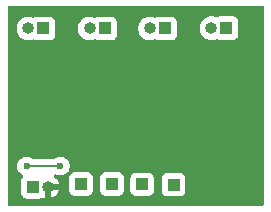
<source format=gbr>
%TF.GenerationSoftware,KiCad,Pcbnew,9.0.0*%
%TF.CreationDate,2025-06-16T15:16:05+05:00*%
%TF.ProjectId,dronemotordriver,64726f6e-656d-46f7-946f-726472697665,rev?*%
%TF.SameCoordinates,Original*%
%TF.FileFunction,Copper,L2,Bot*%
%TF.FilePolarity,Positive*%
%FSLAX46Y46*%
G04 Gerber Fmt 4.6, Leading zero omitted, Abs format (unit mm)*
G04 Created by KiCad (PCBNEW 9.0.0) date 2025-06-16 15:16:05*
%MOMM*%
%LPD*%
G01*
G04 APERTURE LIST*
%TA.AperFunction,ComponentPad*%
%ADD10R,1.000000X1.000000*%
%TD*%
%TA.AperFunction,ComponentPad*%
%ADD11O,1.000000X1.000000*%
%TD*%
%TA.AperFunction,ViaPad*%
%ADD12C,0.600000*%
%TD*%
%TA.AperFunction,Conductor*%
%ADD13C,0.200000*%
%TD*%
G04 APERTURE END LIST*
D10*
%TO.P,+5V,1,Pin_1*%
%TO.N,/M+*%
X110700000Y-100275000D03*
D11*
%TO.P,+5V,2,Pin_2*%
%TO.N,GND*%
X111970000Y-100275000D03*
%TD*%
D10*
%TO.P,J5,1,Pin_1*%
%TO.N,Net-(D4-A)*%
X127095000Y-86850000D03*
D11*
%TO.P,J5,2,Pin_2*%
%TO.N,/M+*%
X125825000Y-86850000D03*
%TD*%
D10*
%TO.P,J2,1,Pin_1*%
%TO.N,Net-(D1-A)*%
X111600000Y-86875000D03*
D11*
%TO.P,J2,2,Pin_2*%
%TO.N,/M+*%
X110330000Y-86875000D03*
%TD*%
D10*
%TO.P,J4,1,Pin_1*%
%TO.N,Net-(D3-A)*%
X121895000Y-86875000D03*
D11*
%TO.P,J4,2,Pin_2*%
%TO.N,/M+*%
X120625000Y-86875000D03*
%TD*%
D10*
%TO.P,J3,1,Pin_1*%
%TO.N,Net-(D2-A)*%
X116800000Y-86875000D03*
D11*
%TO.P,J3,2,Pin_2*%
%TO.N,/M+*%
X115530000Y-86875000D03*
%TD*%
D10*
%TO.P,IN1,1,Pin_1*%
%TO.N,Net-(J6-Pin_1)*%
X114800000Y-100050000D03*
%TD*%
%TO.P,IN3,1,Pin_1*%
%TO.N,Net-(J8-Pin_1)*%
X119975000Y-100075000D03*
%TD*%
%TO.P,IN4,1,Pin_1*%
%TO.N,Net-(J9-Pin_1)*%
X122625000Y-100100000D03*
%TD*%
%TO.P,J7,1,Pin_1*%
%TO.N,Net-(J7-Pin_1)*%
X117400000Y-100050000D03*
%TD*%
D12*
%TO.N,Net-(J6-Pin_1)*%
X113025000Y-98525000D03*
X110175000Y-98525000D03*
%TD*%
D13*
%TO.N,Net-(J6-Pin_1)*%
X113025000Y-98525000D02*
X110175000Y-98525000D01*
%TD*%
%TA.AperFunction,Conductor*%
%TO.N,GND*%
G36*
X130192539Y-84957685D02*
G01*
X130238294Y-85010489D01*
X130249500Y-85062000D01*
X130249500Y-101763000D01*
X130229815Y-101830039D01*
X130177011Y-101875794D01*
X130125500Y-101887000D01*
X108699500Y-101887000D01*
X108632461Y-101867315D01*
X108586706Y-101814511D01*
X108575500Y-101763000D01*
X108575500Y-98446153D01*
X109374500Y-98446153D01*
X109374500Y-98603846D01*
X109405261Y-98758489D01*
X109405264Y-98758501D01*
X109465602Y-98904172D01*
X109465609Y-98904185D01*
X109553210Y-99035288D01*
X109553213Y-99035292D01*
X109664707Y-99146786D01*
X109664711Y-99146789D01*
X109795819Y-99234393D01*
X109799650Y-99236441D01*
X109849495Y-99285403D01*
X109864956Y-99353541D01*
X109841125Y-99419221D01*
X109840465Y-99420111D01*
X109756204Y-99532669D01*
X109756202Y-99532671D01*
X109705908Y-99667517D01*
X109699501Y-99727116D01*
X109699500Y-99727135D01*
X109699500Y-100822870D01*
X109699501Y-100822876D01*
X109705908Y-100882483D01*
X109756202Y-101017328D01*
X109756206Y-101017335D01*
X109842452Y-101132544D01*
X109842455Y-101132547D01*
X109957664Y-101218793D01*
X109957671Y-101218797D01*
X110092517Y-101269091D01*
X110092516Y-101269091D01*
X110099444Y-101269835D01*
X110152127Y-101275500D01*
X111247872Y-101275499D01*
X111307483Y-101269091D01*
X111442331Y-101218796D01*
X111454575Y-101209629D01*
X111520035Y-101185210D01*
X111576339Y-101194333D01*
X111678308Y-101236569D01*
X111720000Y-101244862D01*
X112220000Y-101244862D01*
X112261690Y-101236569D01*
X112261692Y-101236569D01*
X112443671Y-101161192D01*
X112443684Y-101161185D01*
X112607462Y-101051751D01*
X112607466Y-101051748D01*
X112746748Y-100912466D01*
X112746751Y-100912462D01*
X112856185Y-100748684D01*
X112856192Y-100748671D01*
X112931569Y-100566692D01*
X112931569Y-100566690D01*
X112939862Y-100525000D01*
X112220000Y-100525000D01*
X112220000Y-101244862D01*
X111720000Y-101244862D01*
X111720000Y-100484618D01*
X111770446Y-100535064D01*
X111844555Y-100577851D01*
X111927213Y-100600000D01*
X112012787Y-100600000D01*
X112095445Y-100577851D01*
X112169554Y-100535064D01*
X112230064Y-100474554D01*
X112272851Y-100400445D01*
X112295000Y-100317787D01*
X112295000Y-100232213D01*
X112272851Y-100149555D01*
X112230064Y-100075446D01*
X112179618Y-100025000D01*
X112939862Y-100025000D01*
X112931569Y-99983309D01*
X112931569Y-99983307D01*
X112856192Y-99801328D01*
X112856185Y-99801315D01*
X112746751Y-99637537D01*
X112746748Y-99637533D01*
X112698826Y-99589611D01*
X112597926Y-99502135D01*
X113799500Y-99502135D01*
X113799500Y-100597870D01*
X113799501Y-100597876D01*
X113805908Y-100657483D01*
X113856202Y-100792328D01*
X113856206Y-100792335D01*
X113942452Y-100907544D01*
X113942455Y-100907547D01*
X114057664Y-100993793D01*
X114057671Y-100993797D01*
X114192517Y-101044091D01*
X114192516Y-101044091D01*
X114199444Y-101044835D01*
X114252127Y-101050500D01*
X115347872Y-101050499D01*
X115407483Y-101044091D01*
X115542331Y-100993796D01*
X115657546Y-100907546D01*
X115743796Y-100792331D01*
X115794091Y-100657483D01*
X115800500Y-100597873D01*
X115800499Y-99502135D01*
X116399500Y-99502135D01*
X116399500Y-100597870D01*
X116399501Y-100597876D01*
X116405908Y-100657483D01*
X116456202Y-100792328D01*
X116456206Y-100792335D01*
X116542452Y-100907544D01*
X116542455Y-100907547D01*
X116657664Y-100993793D01*
X116657671Y-100993797D01*
X116792517Y-101044091D01*
X116792516Y-101044091D01*
X116799444Y-101044835D01*
X116852127Y-101050500D01*
X117947872Y-101050499D01*
X118007483Y-101044091D01*
X118142331Y-100993796D01*
X118257546Y-100907546D01*
X118343796Y-100792331D01*
X118394091Y-100657483D01*
X118400500Y-100597873D01*
X118400499Y-99527135D01*
X118974500Y-99527135D01*
X118974500Y-100622870D01*
X118974501Y-100622876D01*
X118980908Y-100682483D01*
X119031202Y-100817328D01*
X119031206Y-100817335D01*
X119117452Y-100932544D01*
X119117455Y-100932547D01*
X119232664Y-101018793D01*
X119232671Y-101018797D01*
X119367517Y-101069091D01*
X119367516Y-101069091D01*
X119374444Y-101069835D01*
X119427127Y-101075500D01*
X120522872Y-101075499D01*
X120582483Y-101069091D01*
X120717331Y-101018796D01*
X120832546Y-100932546D01*
X120918796Y-100817331D01*
X120969091Y-100682483D01*
X120975500Y-100622873D01*
X120975499Y-99552135D01*
X121624500Y-99552135D01*
X121624500Y-100647870D01*
X121624501Y-100647876D01*
X121630908Y-100707483D01*
X121681202Y-100842328D01*
X121681206Y-100842335D01*
X121767452Y-100957544D01*
X121767455Y-100957547D01*
X121882664Y-101043793D01*
X121882671Y-101043797D01*
X122017517Y-101094091D01*
X122017516Y-101094091D01*
X122024444Y-101094835D01*
X122077127Y-101100500D01*
X123172872Y-101100499D01*
X123232483Y-101094091D01*
X123367331Y-101043796D01*
X123482546Y-100957546D01*
X123568796Y-100842331D01*
X123619091Y-100707483D01*
X123625500Y-100647873D01*
X123625499Y-99552128D01*
X123619091Y-99492517D01*
X123609766Y-99467516D01*
X123568797Y-99357671D01*
X123568793Y-99357664D01*
X123482547Y-99242455D01*
X123482544Y-99242452D01*
X123367335Y-99156206D01*
X123367328Y-99156202D01*
X123232482Y-99105908D01*
X123232483Y-99105908D01*
X123172883Y-99099501D01*
X123172881Y-99099500D01*
X123172873Y-99099500D01*
X123172864Y-99099500D01*
X122077129Y-99099500D01*
X122077123Y-99099501D01*
X122017516Y-99105908D01*
X121882671Y-99156202D01*
X121882664Y-99156206D01*
X121767455Y-99242452D01*
X121767452Y-99242455D01*
X121681206Y-99357664D01*
X121681202Y-99357671D01*
X121630908Y-99492517D01*
X121624501Y-99552116D01*
X121624501Y-99552123D01*
X121624500Y-99552135D01*
X120975499Y-99552135D01*
X120975499Y-99527128D01*
X120969091Y-99467517D01*
X120963414Y-99452297D01*
X120918797Y-99332671D01*
X120918793Y-99332664D01*
X120832547Y-99217455D01*
X120832544Y-99217452D01*
X120717335Y-99131206D01*
X120717328Y-99131202D01*
X120582482Y-99080908D01*
X120582483Y-99080908D01*
X120522883Y-99074501D01*
X120522881Y-99074500D01*
X120522873Y-99074500D01*
X120522864Y-99074500D01*
X119427129Y-99074500D01*
X119427123Y-99074501D01*
X119367516Y-99080908D01*
X119232671Y-99131202D01*
X119232664Y-99131206D01*
X119117455Y-99217452D01*
X119117452Y-99217455D01*
X119031206Y-99332664D01*
X119031202Y-99332671D01*
X118980908Y-99467517D01*
X118977187Y-99502135D01*
X118974501Y-99527123D01*
X118974500Y-99527135D01*
X118400499Y-99527135D01*
X118400499Y-99502128D01*
X118400498Y-99502126D01*
X118400498Y-99502114D01*
X118394091Y-99442516D01*
X118343797Y-99307671D01*
X118343793Y-99307664D01*
X118257547Y-99192455D01*
X118257544Y-99192452D01*
X118142335Y-99106206D01*
X118142328Y-99106202D01*
X118007482Y-99055908D01*
X118007483Y-99055908D01*
X117947883Y-99049501D01*
X117947881Y-99049500D01*
X117947873Y-99049500D01*
X117947864Y-99049500D01*
X116852129Y-99049500D01*
X116852123Y-99049501D01*
X116792516Y-99055908D01*
X116657671Y-99106202D01*
X116657664Y-99106206D01*
X116542455Y-99192452D01*
X116542452Y-99192455D01*
X116456206Y-99307664D01*
X116456202Y-99307671D01*
X116405908Y-99442517D01*
X116399501Y-99502114D01*
X116399500Y-99502135D01*
X115800499Y-99502135D01*
X115800499Y-99502128D01*
X115800498Y-99502125D01*
X115800498Y-99502114D01*
X115794091Y-99442516D01*
X115743797Y-99307671D01*
X115743793Y-99307664D01*
X115657547Y-99192455D01*
X115657544Y-99192452D01*
X115542335Y-99106206D01*
X115542328Y-99106202D01*
X115407482Y-99055908D01*
X115407483Y-99055908D01*
X115347883Y-99049501D01*
X115347881Y-99049500D01*
X115347873Y-99049500D01*
X115347864Y-99049500D01*
X114252129Y-99049500D01*
X114252123Y-99049501D01*
X114192516Y-99055908D01*
X114057671Y-99106202D01*
X114057664Y-99106206D01*
X113942455Y-99192452D01*
X113942452Y-99192455D01*
X113856206Y-99307664D01*
X113856202Y-99307671D01*
X113805908Y-99442517D01*
X113799501Y-99502114D01*
X113799500Y-99502135D01*
X112597926Y-99502135D01*
X112540440Y-99452297D01*
X112525590Y-99429176D01*
X112507971Y-99408094D01*
X112506979Y-99400201D01*
X112502681Y-99393509D01*
X112502688Y-99366031D01*
X112499264Y-99338769D01*
X112502696Y-99331593D01*
X112502699Y-99323639D01*
X112517559Y-99300529D01*
X112529419Y-99275741D01*
X112536187Y-99271560D01*
X112540489Y-99264871D01*
X112565483Y-99253464D01*
X112588863Y-99239023D01*
X112596816Y-99239165D01*
X112604052Y-99235863D01*
X112631247Y-99239780D01*
X112658721Y-99240271D01*
X112669106Y-99244039D01*
X112791503Y-99294737D01*
X112936802Y-99323639D01*
X112946153Y-99325499D01*
X112946156Y-99325500D01*
X112946158Y-99325500D01*
X113103844Y-99325500D01*
X113103845Y-99325499D01*
X113258497Y-99294737D01*
X113399237Y-99236441D01*
X113404172Y-99234397D01*
X113404172Y-99234396D01*
X113404179Y-99234394D01*
X113535289Y-99146789D01*
X113646789Y-99035289D01*
X113734394Y-98904179D01*
X113794737Y-98758497D01*
X113825500Y-98603842D01*
X113825500Y-98446158D01*
X113825500Y-98446155D01*
X113825499Y-98446153D01*
X113794738Y-98291510D01*
X113794737Y-98291503D01*
X113794735Y-98291498D01*
X113734397Y-98145827D01*
X113734390Y-98145814D01*
X113646789Y-98014711D01*
X113646786Y-98014707D01*
X113535292Y-97903213D01*
X113535288Y-97903210D01*
X113404185Y-97815609D01*
X113404172Y-97815602D01*
X113258501Y-97755264D01*
X113258489Y-97755261D01*
X113103845Y-97724500D01*
X113103842Y-97724500D01*
X112946158Y-97724500D01*
X112946155Y-97724500D01*
X112791510Y-97755261D01*
X112791498Y-97755264D01*
X112645827Y-97815602D01*
X112645814Y-97815609D01*
X112514125Y-97903602D01*
X112447447Y-97924480D01*
X112445234Y-97924500D01*
X110754766Y-97924500D01*
X110687727Y-97904815D01*
X110685875Y-97903602D01*
X110554185Y-97815609D01*
X110554172Y-97815602D01*
X110408501Y-97755264D01*
X110408489Y-97755261D01*
X110253845Y-97724500D01*
X110253842Y-97724500D01*
X110096158Y-97724500D01*
X110096155Y-97724500D01*
X109941510Y-97755261D01*
X109941498Y-97755264D01*
X109795827Y-97815602D01*
X109795814Y-97815609D01*
X109664711Y-97903210D01*
X109664707Y-97903213D01*
X109553213Y-98014707D01*
X109553210Y-98014711D01*
X109465609Y-98145814D01*
X109465602Y-98145827D01*
X109405264Y-98291498D01*
X109405261Y-98291510D01*
X109374500Y-98446153D01*
X108575500Y-98446153D01*
X108575500Y-86973543D01*
X109329499Y-86973543D01*
X109367947Y-87166829D01*
X109367950Y-87166839D01*
X109443364Y-87348907D01*
X109443371Y-87348920D01*
X109552860Y-87512781D01*
X109552863Y-87512785D01*
X109692214Y-87652136D01*
X109692218Y-87652139D01*
X109856079Y-87761628D01*
X109856092Y-87761635D01*
X110038160Y-87837049D01*
X110038165Y-87837051D01*
X110038169Y-87837051D01*
X110038170Y-87837052D01*
X110231456Y-87875500D01*
X110231459Y-87875500D01*
X110428543Y-87875500D01*
X110558582Y-87849632D01*
X110621835Y-87837051D01*
X110724126Y-87794680D01*
X110793590Y-87787212D01*
X110845887Y-87809976D01*
X110857668Y-87818795D01*
X110857671Y-87818797D01*
X110992517Y-87869091D01*
X110992516Y-87869091D01*
X110999444Y-87869835D01*
X111052127Y-87875500D01*
X112147872Y-87875499D01*
X112207483Y-87869091D01*
X112342331Y-87818796D01*
X112457546Y-87732546D01*
X112543796Y-87617331D01*
X112594091Y-87482483D01*
X112600500Y-87422873D01*
X112600500Y-86973543D01*
X114529499Y-86973543D01*
X114567947Y-87166829D01*
X114567950Y-87166839D01*
X114643364Y-87348907D01*
X114643371Y-87348920D01*
X114752860Y-87512781D01*
X114752863Y-87512785D01*
X114892214Y-87652136D01*
X114892218Y-87652139D01*
X115056079Y-87761628D01*
X115056092Y-87761635D01*
X115238160Y-87837049D01*
X115238165Y-87837051D01*
X115238169Y-87837051D01*
X115238170Y-87837052D01*
X115431456Y-87875500D01*
X115431459Y-87875500D01*
X115628543Y-87875500D01*
X115758582Y-87849632D01*
X115821835Y-87837051D01*
X115924126Y-87794680D01*
X115993590Y-87787212D01*
X116045887Y-87809976D01*
X116057668Y-87818795D01*
X116057671Y-87818797D01*
X116192517Y-87869091D01*
X116192516Y-87869091D01*
X116199444Y-87869835D01*
X116252127Y-87875500D01*
X117347872Y-87875499D01*
X117407483Y-87869091D01*
X117542331Y-87818796D01*
X117657546Y-87732546D01*
X117743796Y-87617331D01*
X117794091Y-87482483D01*
X117800500Y-87422873D01*
X117800500Y-86973543D01*
X119624499Y-86973543D01*
X119662947Y-87166829D01*
X119662950Y-87166839D01*
X119738364Y-87348907D01*
X119738371Y-87348920D01*
X119847860Y-87512781D01*
X119847863Y-87512785D01*
X119987214Y-87652136D01*
X119987218Y-87652139D01*
X120151079Y-87761628D01*
X120151092Y-87761635D01*
X120333160Y-87837049D01*
X120333165Y-87837051D01*
X120333169Y-87837051D01*
X120333170Y-87837052D01*
X120526456Y-87875500D01*
X120526459Y-87875500D01*
X120723543Y-87875500D01*
X120853582Y-87849632D01*
X120916835Y-87837051D01*
X121019126Y-87794680D01*
X121088590Y-87787212D01*
X121140887Y-87809976D01*
X121152668Y-87818795D01*
X121152671Y-87818797D01*
X121287517Y-87869091D01*
X121287516Y-87869091D01*
X121294444Y-87869835D01*
X121347127Y-87875500D01*
X122442872Y-87875499D01*
X122502483Y-87869091D01*
X122637331Y-87818796D01*
X122752546Y-87732546D01*
X122838796Y-87617331D01*
X122889091Y-87482483D01*
X122895500Y-87422873D01*
X122895500Y-86948543D01*
X124824499Y-86948543D01*
X124862947Y-87141829D01*
X124862950Y-87141839D01*
X124938364Y-87323907D01*
X124938371Y-87323920D01*
X125047860Y-87487781D01*
X125047863Y-87487785D01*
X125187214Y-87627136D01*
X125187218Y-87627139D01*
X125351079Y-87736628D01*
X125351092Y-87736635D01*
X125528155Y-87809976D01*
X125533165Y-87812051D01*
X125533169Y-87812051D01*
X125533170Y-87812052D01*
X125726456Y-87850500D01*
X125726459Y-87850500D01*
X125923543Y-87850500D01*
X126053582Y-87824632D01*
X126116835Y-87812051D01*
X126219126Y-87769680D01*
X126288590Y-87762212D01*
X126340887Y-87784976D01*
X126352668Y-87793795D01*
X126352671Y-87793797D01*
X126487517Y-87844091D01*
X126487516Y-87844091D01*
X126494444Y-87844835D01*
X126547127Y-87850500D01*
X127642872Y-87850499D01*
X127702483Y-87844091D01*
X127837331Y-87793796D01*
X127952546Y-87707546D01*
X128038796Y-87592331D01*
X128089091Y-87457483D01*
X128095500Y-87397873D01*
X128095499Y-86302128D01*
X128089091Y-86242517D01*
X128077790Y-86212218D01*
X128038797Y-86107671D01*
X128038793Y-86107664D01*
X127952547Y-85992455D01*
X127952544Y-85992452D01*
X127837335Y-85906206D01*
X127837328Y-85906202D01*
X127702482Y-85855908D01*
X127702483Y-85855908D01*
X127642883Y-85849501D01*
X127642881Y-85849500D01*
X127642873Y-85849500D01*
X127642864Y-85849500D01*
X126547129Y-85849500D01*
X126547123Y-85849501D01*
X126487516Y-85855908D01*
X126352671Y-85906202D01*
X126352670Y-85906203D01*
X126340884Y-85915026D01*
X126275419Y-85939441D01*
X126219124Y-85930318D01*
X126116836Y-85887949D01*
X126116828Y-85887947D01*
X125923543Y-85849500D01*
X125923541Y-85849500D01*
X125726459Y-85849500D01*
X125726457Y-85849500D01*
X125533170Y-85887947D01*
X125533160Y-85887950D01*
X125351092Y-85963364D01*
X125351079Y-85963371D01*
X125187218Y-86072860D01*
X125187214Y-86072863D01*
X125047863Y-86212214D01*
X125047860Y-86212218D01*
X124938371Y-86376079D01*
X124938364Y-86376092D01*
X124862950Y-86558160D01*
X124862947Y-86558170D01*
X124824500Y-86751456D01*
X124824500Y-86751459D01*
X124824500Y-86948541D01*
X124824500Y-86948543D01*
X124824499Y-86948543D01*
X122895500Y-86948543D01*
X122895499Y-86327128D01*
X122889091Y-86267517D01*
X122879766Y-86242516D01*
X122838797Y-86132671D01*
X122838793Y-86132664D01*
X122752547Y-86017455D01*
X122752544Y-86017452D01*
X122637335Y-85931206D01*
X122637328Y-85931202D01*
X122502482Y-85880908D01*
X122502483Y-85880908D01*
X122442883Y-85874501D01*
X122442881Y-85874500D01*
X122442873Y-85874500D01*
X122442864Y-85874500D01*
X121347129Y-85874500D01*
X121347123Y-85874501D01*
X121287516Y-85880908D01*
X121152671Y-85931202D01*
X121152670Y-85931203D01*
X121140884Y-85940026D01*
X121075419Y-85964441D01*
X121019124Y-85955318D01*
X120916836Y-85912949D01*
X120916828Y-85912947D01*
X120723543Y-85874500D01*
X120723541Y-85874500D01*
X120526459Y-85874500D01*
X120526457Y-85874500D01*
X120333170Y-85912947D01*
X120333160Y-85912950D01*
X120151092Y-85988364D01*
X120151079Y-85988371D01*
X119987218Y-86097860D01*
X119987214Y-86097863D01*
X119847863Y-86237214D01*
X119847860Y-86237218D01*
X119738371Y-86401079D01*
X119738364Y-86401092D01*
X119662950Y-86583160D01*
X119662947Y-86583170D01*
X119624500Y-86776456D01*
X119624500Y-86776459D01*
X119624500Y-86973541D01*
X119624500Y-86973543D01*
X119624499Y-86973543D01*
X117800500Y-86973543D01*
X117800499Y-86327128D01*
X117794091Y-86267517D01*
X117784766Y-86242516D01*
X117743797Y-86132671D01*
X117743793Y-86132664D01*
X117657547Y-86017455D01*
X117657544Y-86017452D01*
X117542335Y-85931206D01*
X117542328Y-85931202D01*
X117407482Y-85880908D01*
X117407483Y-85880908D01*
X117347883Y-85874501D01*
X117347881Y-85874500D01*
X117347873Y-85874500D01*
X117347864Y-85874500D01*
X116252129Y-85874500D01*
X116252123Y-85874501D01*
X116192516Y-85880908D01*
X116057671Y-85931202D01*
X116057670Y-85931203D01*
X116045884Y-85940026D01*
X115980419Y-85964441D01*
X115924124Y-85955318D01*
X115821836Y-85912949D01*
X115821828Y-85912947D01*
X115628543Y-85874500D01*
X115628541Y-85874500D01*
X115431459Y-85874500D01*
X115431457Y-85874500D01*
X115238170Y-85912947D01*
X115238160Y-85912950D01*
X115056092Y-85988364D01*
X115056079Y-85988371D01*
X114892218Y-86097860D01*
X114892214Y-86097863D01*
X114752863Y-86237214D01*
X114752860Y-86237218D01*
X114643371Y-86401079D01*
X114643364Y-86401092D01*
X114567950Y-86583160D01*
X114567947Y-86583170D01*
X114529500Y-86776456D01*
X114529500Y-86776459D01*
X114529500Y-86973541D01*
X114529500Y-86973543D01*
X114529499Y-86973543D01*
X112600500Y-86973543D01*
X112600499Y-86327128D01*
X112594091Y-86267517D01*
X112584766Y-86242516D01*
X112543797Y-86132671D01*
X112543793Y-86132664D01*
X112457547Y-86017455D01*
X112457544Y-86017452D01*
X112342335Y-85931206D01*
X112342328Y-85931202D01*
X112207482Y-85880908D01*
X112207483Y-85880908D01*
X112147883Y-85874501D01*
X112147881Y-85874500D01*
X112147873Y-85874500D01*
X112147864Y-85874500D01*
X111052129Y-85874500D01*
X111052123Y-85874501D01*
X110992516Y-85880908D01*
X110857671Y-85931202D01*
X110857670Y-85931203D01*
X110845884Y-85940026D01*
X110780419Y-85964441D01*
X110724124Y-85955318D01*
X110621836Y-85912949D01*
X110621828Y-85912947D01*
X110428543Y-85874500D01*
X110428541Y-85874500D01*
X110231459Y-85874500D01*
X110231457Y-85874500D01*
X110038170Y-85912947D01*
X110038160Y-85912950D01*
X109856092Y-85988364D01*
X109856079Y-85988371D01*
X109692218Y-86097860D01*
X109692214Y-86097863D01*
X109552863Y-86237214D01*
X109552860Y-86237218D01*
X109443371Y-86401079D01*
X109443364Y-86401092D01*
X109367950Y-86583160D01*
X109367947Y-86583170D01*
X109329500Y-86776456D01*
X109329500Y-86776459D01*
X109329500Y-86973541D01*
X109329500Y-86973543D01*
X109329499Y-86973543D01*
X108575500Y-86973543D01*
X108575500Y-85062000D01*
X108595185Y-84994961D01*
X108647989Y-84949206D01*
X108699500Y-84938000D01*
X130125500Y-84938000D01*
X130192539Y-84957685D01*
G37*
%TD.AperFunction*%
%TD*%
M02*

</source>
